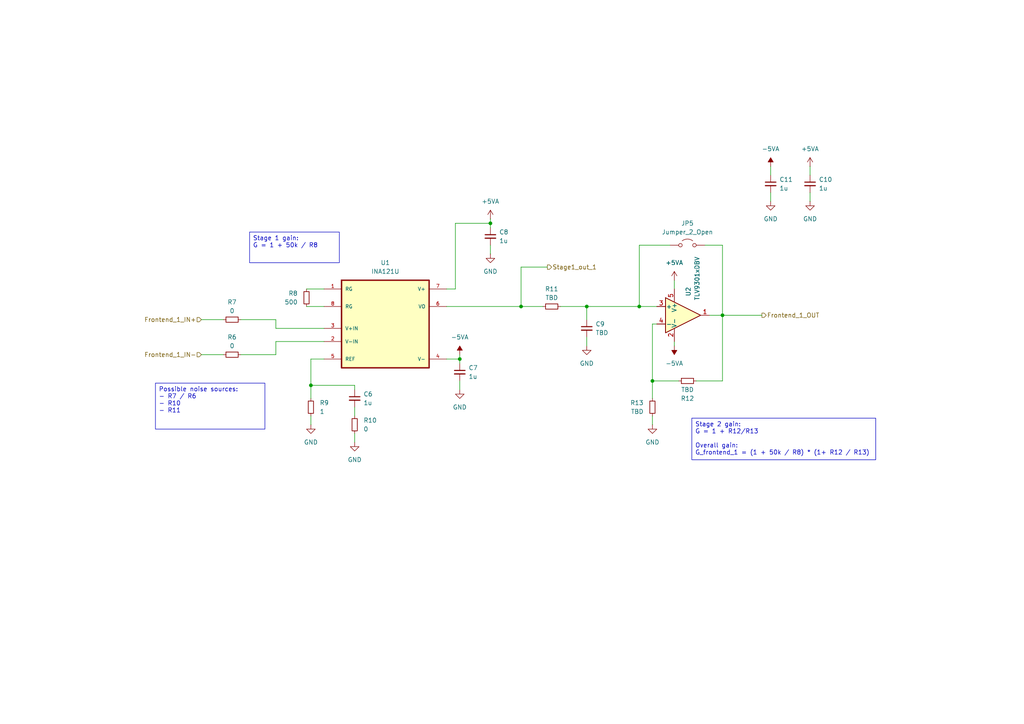
<source format=kicad_sch>
(kicad_sch (version 20250114) (generator "eeschema") (generator_version "9.0")
  (paper "A4")
  (lib_symbols
    (symbol "Amplifier_Operational:TLV9301xDBV" (pin_names (offset 0.127))
      (property "Reference" "U" (at -1.27 6.35 0))
      (property "Value" "TLV9301xDBV" (at -1.27 3.81 0))
      (symbol "TLV9301xDBV_0_1"
        (polyline (pts (xy -5.08 5.08) (xy 5.08 0) (xy -5.08 -5.08) (xy -5.08 5.08)) (stroke (width 0.254)) (fill (type background)))
        (pin power_in line (at -2.54 7.62 270) (length 3.81) (name "V+") (number "5"))
        (pin power_in line (at -2.54 -7.62 90) (length 3.81) (name "V-") (number "2"))
      )
      (symbol "TLV9301xDBV_1_1"
        (pin input line (at -7.62 2.54 0) (length 2.54) (name "+") (number "3"))
        (pin input line (at -7.62 -2.54 0) (length 2.54) (name "-") (number "4"))
        (pin output line (at 7.62 0 180) (length 2.54) (name "~") (number "1"))
      )
    )
    (symbol "Device:C_Small" (pin_numbers (hide yes)) (pin_names (offset 0.254) (hide yes))
      (property "Reference" "C" (at 0.254 1.778 0))
      (property "Value" "C_Small" (at 0.254 -2.032 0))
      (symbol "C_Small_0_1"
        (polyline (pts (xy -1.524 0.508) (xy 1.524 0.508)) (stroke (width 0.3048)))
        (polyline (pts (xy -1.524 -0.508) (xy 1.524 -0.508)) (stroke (width 0.3302)))
      )
      (symbol "C_Small_1_1"
        (pin passive line (at 0 2.54 270) (length 2.032) (name "~") (number "1"))
        (pin passive line (at 0 -2.54 90) (length 2.032) (name "~") (number "2"))
      )
    )
    (symbol "Device:R_Small" (pin_numbers (hide yes)) (pin_names (offset 0.254) (hide yes))
      (property "Reference" "R" (at 0.762 0.508 0))
      (property "Value" "R_Small" (at 0.762 -1.016 0))
      (symbol "R_Small_0_1"
        (rectangle (start -0.762 1.778) (end 0.762 -1.778) (stroke (width 0.2032)))
      )
      (symbol "R_Small_1_1"
        (pin passive line (at 0 2.54 270) (length 0.762) (name "~") (number "1"))
        (pin passive line (at 0 -2.54 90) (length 0.762) (name "~") (number "2"))
      )
    )
    (symbol "INA121U:INA121U" (pin_names (offset 1.016))
      (property "Reference" "U" (at -12.7 13.7 0))
      (property "Value" "INA121U" (at -12.7 -16.7 0))
      (symbol "INA121U_0_0"
        (rectangle (start -12.7 12.7) (end 12.7 -12.7) (stroke (width 0.41)) (fill (type background)))
        (pin input line (at -17.78 10.16 0) (length 5.08) (name "RG") (number "1"))
        (pin input line (at -17.78 5.08 0) (length 5.08) (name "RG") (number "8"))
        (pin input line (at -17.78 -1.27 0) (length 5.08) (name "V+IN") (number "3"))
        (pin input line (at -17.78 -5.08 0) (length 5.08) (name "V-IN") (number "2"))
        (pin input line (at -17.78 -10.16 0) (length 5.08) (name "REF") (number "5"))
        (pin power_in line (at 17.78 10.16 180) (length 5.08) (name "V+") (number "7"))
        (pin output line (at 17.78 5.08 180) (length 5.08) (name "VO") (number "6"))
        (pin power_in line (at 17.78 -10.16 180) (length 5.08) (name "V-") (number "4"))
      )
    )
    (symbol "Jumper:Jumper_2_Open" (pin_numbers (hide yes)) (pin_names (offset 0) (hide yes)) (exclude_from_sim yes)
      (property "Reference" "JP" (at 0 2.794 0))
      (property "Value" "Jumper_2_Open" (at 0 -2.286 0))
      (symbol "Jumper_2_Open_0_0"
        (circle (center -2.032 0) (radius 0.508))
        (circle (center 2.032 0) (radius 0.508))
      )
      (symbol "Jumper_2_Open_0_1"
        (arc (start -1.524 1.27) (mid 0 1.778) (end 1.524 1.27))
      )
      (symbol "Jumper_2_Open_1_1"
        (pin passive line (at -5.08 0 0) (length 2.54) (name "A") (number "1"))
        (pin passive line (at 5.08 0 180) (length 2.54) (name "B") (number "2"))
      )
    )
    (symbol "power:+5VA" (power) (pin_numbers (hide yes)) (pin_names (offset 0) (hide yes))
      (property "Value" "+5VA" (at 0 3.556 0))
      (symbol "+5VA_0_1"
        (polyline (pts (xy -0.762 1.27) (xy 0 2.54)))
        (polyline (pts (xy 0 2.54) (xy 0.762 1.27)))
        (polyline (pts (xy 0 0) (xy 0 2.54)))
      )
      (symbol "+5VA_1_1"
        (pin power_in line (at 0 0 90) (length 0) (name "~") (number "1"))
      )
    )
    (symbol "power:-5VA" (power) (pin_numbers (hide yes)) (pin_names (offset 0) (hide yes))
      (property "Value" "-5VA" (at 0 3.556 0))
      (symbol "-5VA_0_0"
        (pin power_in line (at 0 0 90) (length 0) (name "~") (number "1"))
      )
      (symbol "-5VA_0_1"
        (polyline (pts (xy 0 0) (xy 0 1.27) (xy 0.762 1.27) (xy 0 2.54) (xy -0.762 1.27) (xy 0 1.27)) (fill (type outline)))
      )
    )
    (symbol "power:GND" (power) (pin_numbers (hide yes)) (pin_names (offset 0) (hide yes))
      (property "Value" "GND" (at 0 -3.81 0))
      (symbol "GND_0_1"
        (polyline (pts (xy 0 0) (xy 0 -1.27) (xy 1.27 -1.27) (xy 0 -2.54) (xy -1.27 -1.27) (xy 0 -1.27)))
      )
      (symbol "GND_1_1"
        (pin power_in line (at 0 0 270) (length 0) (name "~") (number "1"))
      )
    )
  )
  (text_box "Stage 1 gain:\nG = 1 + 50k / R8" (at 72.39 67.31 0) (size 26.035 8.89) (margins 0.9525 0.9525 0.9525 0.9525) (effects (font (size 1.27 1.27)) (justify left top)))
  (text_box "Possible noise sources:\n- R7 / R6\n- R10\n- R11" (at 45.085 111.125 0) (size 31.75 13.335) (margins 0.9525 0.9525 0.9525 0.9525) (effects (font (size 1.27 1.27)) (justify left top)))
  (text_box "Stage 2 gain:\nG = 1 + R12/R13\n\nOverall gain:\nG_frontend_1 = (1 + 50k / R8) * (1+ R12 / R13)" (at 200.66 121.285 0) (size 53.34 12.065) (margins 0.9525 0.9525 0.9525 0.9525) (effects (font (size 1.27 1.27)) (justify left top)))
  (junction (at 170.18 88.9))
  (junction (at 142.24 64.77))
  (junction (at 189.23 110.49))
  (junction (at 151.13 88.9))
  (junction (at 185.42 88.9))
  (junction (at 133.35 104.14))
  (junction (at 209.55 91.44))
  (junction (at 90.17 111.76))
  (wire (pts (xy 80.01 95.25) (xy 80.01 92.71)))
  (wire (pts (xy 69.85 92.71) (xy 80.01 92.71)))
  (wire (pts (xy 189.23 120.65) (xy 189.23 123.19)))
  (wire (pts (xy 129.54 88.9) (xy 151.13 88.9)))
  (wire (pts (xy 133.35 110.49) (xy 133.35 113.03)))
  (wire (pts (xy 189.23 110.49) (xy 189.23 93.98)))
  (wire (pts (xy 209.55 91.44) (xy 220.98 91.44)))
  (wire (pts (xy 209.55 71.12) (xy 209.55 91.44)))
  (wire (pts (xy 80.01 102.87) (xy 69.85 102.87)))
  (wire (pts (xy 93.98 95.25) (xy 80.01 95.25)))
  (wire (pts (xy 170.18 97.79) (xy 170.18 100.33)))
  (wire (pts (xy 162.56 88.9) (xy 170.18 88.9)))
  (wire (pts (xy 151.13 77.47) (xy 151.13 88.9)))
  (wire (pts (xy 195.58 100.33) (xy 195.58 99.06)))
  (wire (pts (xy 102.87 125.73) (xy 102.87 128.27)))
  (wire (pts (xy 93.98 104.14) (xy 90.17 104.14)))
  (wire (pts (xy 90.17 104.14) (xy 90.17 111.76)))
  (wire (pts (xy 209.55 110.49) (xy 209.55 91.44)))
  (wire (pts (xy 234.95 48.26) (xy 234.95 50.8)))
  (wire (pts (xy 223.52 55.88) (xy 223.52 58.42)))
  (wire (pts (xy 90.17 111.76) (xy 102.87 111.76)))
  (wire (pts (xy 170.18 88.9) (xy 170.18 92.71)))
  (wire (pts (xy 133.35 102.87) (xy 133.35 104.14)))
  (wire (pts (xy 151.13 88.9) (xy 157.48 88.9)))
  (wire (pts (xy 142.24 64.77) (xy 132.08 64.77)))
  (wire (pts (xy 158.75 77.47) (xy 151.13 77.47)))
  (wire (pts (xy 234.95 55.88) (xy 234.95 58.42)))
  (wire (pts (xy 142.24 63.5) (xy 142.24 64.77)))
  (wire (pts (xy 189.23 110.49) (xy 196.85 110.49)))
  (wire (pts (xy 129.54 104.14) (xy 133.35 104.14)))
  (wire (pts (xy 90.17 120.65) (xy 90.17 123.19)))
  (wire (pts (xy 185.42 71.12) (xy 185.42 88.9)))
  (wire (pts (xy 88.9 83.82) (xy 93.98 83.82)))
  (wire (pts (xy 58.42 92.71) (xy 64.77 92.71)))
  (wire (pts (xy 142.24 71.12) (xy 142.24 73.66)))
  (wire (pts (xy 194.31 71.12) (xy 185.42 71.12)))
  (wire (pts (xy 80.01 99.06) (xy 80.01 102.87)))
  (wire (pts (xy 133.35 105.41) (xy 133.35 104.14)))
  (wire (pts (xy 132.08 83.82) (xy 129.54 83.82)))
  (wire (pts (xy 195.58 81.28) (xy 195.58 83.82)))
  (wire (pts (xy 142.24 64.77) (xy 142.24 66.04)))
  (wire (pts (xy 170.18 88.9) (xy 185.42 88.9)))
  (wire (pts (xy 189.23 115.57) (xy 189.23 110.49)))
  (wire (pts (xy 58.42 102.87) (xy 64.77 102.87)))
  (wire (pts (xy 201.93 110.49) (xy 209.55 110.49)))
  (wire (pts (xy 205.74 91.44) (xy 209.55 91.44)))
  (wire (pts (xy 185.42 88.9) (xy 190.5 88.9)))
  (wire (pts (xy 102.87 113.03) (xy 102.87 111.76)))
  (wire (pts (xy 132.08 64.77) (xy 132.08 83.82)))
  (wire (pts (xy 204.47 71.12) (xy 209.55 71.12)))
  (wire (pts (xy 88.9 88.9) (xy 93.98 88.9)))
  (wire (pts (xy 90.17 111.76) (xy 90.17 115.57)))
  (wire (pts (xy 102.87 118.11) (xy 102.87 120.65)))
  (wire (pts (xy 93.98 99.06) (xy 80.01 99.06)))
  (wire (pts (xy 223.52 48.26) (xy 223.52 50.8)))
  (wire (pts (xy 189.23 93.98) (xy 190.5 93.98)))
  (hierarchical_label "Frontend_1_IN+" (shape input) (at 58.42 92.71 180))
  (hierarchical_label "Frontend_1_IN-" (shape input) (at 58.42 102.87 180))
  (hierarchical_label "Frontend_1_OUT" (shape output) (at 220.98 91.44 0))
  (hierarchical_label "Stage1_out_1" (shape output) (at 158.75 77.47 0))
  (symbol (lib_id "Device:R_Small") (at 90.17 118.11 0) (unit 1)
    (property "Reference" "R9" (at 92.71 116.8399 0) (effects (justify left)))
    (property "Value" "1" (at 92.71 119.3799 0) (effects (justify left)))
    (property "Footprint" "Resistor_SMD:R_0805_2012Metric_Pad1.20x1.40mm_HandSolder" (effects (hide yes)))
    (property "Description" "Resistor, small symbol" (effects (hide yes)))
  )
  (symbol (lib_id "power:GND") (at 90.17 123.19 0) (unit 1)
    (property "Reference" "#PWR03" (effects (hide yes)))
    (property "Value" "GND" (at 90.17 128.27 0))
    (property "Description" "Power symbol creates a global label with name \"GND\" , ground" (effects (hide yes)))
  )
  (symbol (lib_id "power:+5VA") (at 195.58 81.28 0) (unit 1)
    (property "Reference" "#PWR011" (effects (hide yes)))
    (property "Value" "+5VA" (at 195.58 76.2 0))
    (property "Description" "Power symbol creates a global label with name \"+5VA\"" (effects (hide yes)))
  )
  (symbol (lib_id "power:-5VA") (at 223.52 48.26 0) (unit 1)
    (property "Reference" "#PWR014" (effects (hide yes)))
    (property "Value" "-5VA" (at 223.52 43.18 0))
    (property "Description" "Power symbol creates a global label with name \"-5VA\"" (effects (hide yes)))
  )
  (symbol (lib_id "Device:C_Small") (at 170.18 95.25 0) (unit 1)
    (property "Reference" "C9" (at 172.72 93.9862 0) (effects (justify left)))
    (property "Value" "TBD" (at 172.72 96.5262 0) (effects (justify left)))
    (property "Footprint" "Capacitor_SMD:C_0805_2012Metric_Pad1.18x1.45mm_HandSolder" (effects (hide yes)))
    (property "Description" "Unpolarized capacitor, small symbol" (effects (hide yes)))
  )
  (symbol (lib_id "Jumper:Jumper_2_Open") (at 199.39 71.12 0) (unit 1)
    (property "Reference" "JP5" (at 199.39 64.77 0))
    (property "Value" "Jumper_2_Open" (at 199.39 67.31 0))
    (property "Description" "Jumper, 2-pole, open" (effects (hide yes)))
  )
  (symbol (lib_id "power:GND") (at 234.95 58.42 0) (unit 1)
    (property "Reference" "#PWR013" (effects (hide yes)))
    (property "Value" "GND" (at 234.95 63.5 0))
    (property "Description" "Power symbol creates a global label with name \"GND\" , ground" (effects (hide yes)))
  )
  (symbol (lib_id "power:GND") (at 189.23 123.19 0) (unit 1)
    (property "Reference" "#PWR016" (effects (hide yes)))
    (property "Value" "GND" (at 189.23 128.27 0))
    (property "Description" "Power symbol creates a global label with name \"GND\" , ground" (effects (hide yes)))
  )
  (symbol (lib_id "Device:R_Small") (at 67.31 102.87 90) (unit 1)
    (property "Reference" "R6" (at 67.31 97.79 90))
    (property "Value" "0" (at 67.31 100.33 90))
    (property "Footprint" "Resistor_SMD:R_0805_2012Metric_Pad1.20x1.40mm_HandSolder" (effects (hide yes)))
    (property "Description" "Resistor, small symbol" (effects (hide yes)))
  )
  (symbol (lib_id "power:+5VA") (at 142.24 63.5 0) (unit 1)
    (property "Reference" "#PWR06" (effects (hide yes)))
    (property "Value" "+5VA" (at 142.24 58.42 0))
    (property "Description" "Power symbol creates a global label with name \"+5VA\"" (effects (hide yes)))
  )
  (symbol (lib_id "power:-5VA") (at 195.58 100.33 180) (unit 1)
    (property "Reference" "#PWR010" (effects (hide yes)))
    (property "Value" "-5VA" (at 195.58 105.41 0))
    (property "Description" "Power symbol creates a global label with name \"-5VA\"" (effects (hide yes)))
  )
  (symbol (lib_id "power:GND") (at 142.24 73.66 0) (unit 1)
    (property "Reference" "#PWR08" (effects (hide yes)))
    (property "Value" "GND" (at 142.24 78.74 0))
    (property "Description" "Power symbol creates a global label with name \"GND\" , ground" (effects (hide yes)))
  )
  (symbol (lib_id "power:-5VA") (at 133.35 102.87 0) (unit 1)
    (property "Reference" "#PWR05" (effects (hide yes)))
    (property "Value" "-5VA" (at 133.35 97.79 0))
    (property "Description" "Power symbol creates a global label with name \"-5VA\"" (effects (hide yes)))
  )
  (symbol (lib_id "INA121U:INA121U") (at 111.76 93.98 0) (unit 1)
    (property "Reference" "U1" (at 111.76 76.2 0))
    (property "Value" "INA121U" (at 111.76 78.74 0))
    (property "Footprint" "Package_DIP:DIP-8_W7.62mm_LongPads" (effects (hide yes)))
    (property "MF" "Texas Instruments" (effects (hide yes)))
    (property "Description_1" "FET-Input, Low Power Instrumentation Amplifier" (effects (hide yes)))
    (property "Package" "SOIC-8 Texas Instruments" (effects (hide yes)))
    (property "Price" "None" (effects (hide yes)))
    (property "SnapEDA_Link" "https://www.snapeda.com/parts/INA121U/Texas+Instruments/view-part/?ref=snap" (effects (hide yes)))
    (property "MP" "INA121U" (effects (hide yes)))
    (property "Availability" "In Stock" (effects (hide yes)))
    (property "Check_prices" "https://www.snapeda.com/parts/INA121U/Texas+Instruments/view-part/?ref=eda" (effects (hide yes)))
  )
  (symbol (lib_id "Device:C_Small") (at 142.24 68.58 0) (unit 1)
    (property "Reference" "C8" (at 144.78 67.3162 0) (effects (justify left)))
    (property "Value" "1u" (at 144.78 69.8562 0) (effects (justify left)))
    (property "Footprint" "Capacitor_SMD:C_0805_2012Metric_Pad1.18x1.45mm_HandSolder" (effects (hide yes)))
    (property "Description" "Unpolarized capacitor, small symbol" (effects (hide yes)))
  )
  (symbol (lib_id "Device:R_Small") (at 189.23 118.11 0) (mirror x) (unit 1)
    (property "Reference" "R13" (at 186.69 116.8399 0) (effects (justify right)))
    (property "Value" "TBD" (at 186.69 119.3799 0) (effects (justify right)))
    (property "Footprint" "Resistor_SMD:R_0805_2012Metric_Pad1.20x1.40mm_HandSolder" (effects (hide yes)))
    (property "Description" "Resistor, small symbol" (effects (hide yes)))
  )
  (symbol (lib_id "power:+5VA") (at 234.95 48.26 0) (unit 1)
    (property "Reference" "#PWR012" (effects (hide yes)))
    (property "Value" "+5VA" (at 234.95 43.18 0))
    (property "Description" "Power symbol creates a global label with name \"+5VA\"" (effects (hide yes)))
  )
  (symbol (lib_id "Device:C_Small") (at 133.35 107.95 0) (unit 1)
    (property "Reference" "C7" (at 135.89 106.6862 0) (effects (justify left)))
    (property "Value" "1u" (at 135.89 109.2262 0) (effects (justify left)))
    (property "Footprint" "Capacitor_SMD:C_0805_2012Metric_Pad1.18x1.45mm_HandSolder" (effects (hide yes)))
    (property "Description" "Unpolarized capacitor, small symbol" (effects (hide yes)))
  )
  (symbol (lib_id "Device:R_Small") (at 88.9 86.36 0) (mirror y) (unit 1)
    (property "Reference" "R8" (at 86.36 85.0899 0) (effects (justify left)))
    (property "Value" "500" (at 86.36 87.6299 0) (effects (justify left)))
    (property "Footprint" "Resistor_SMD:R_0805_2012Metric_Pad1.20x1.40mm_HandSolder" (effects (hide yes)))
    (property "Description" "Resistor, small symbol" (effects (hide yes)))
  )
  (symbol (lib_id "Device:C_Small") (at 223.52 53.34 0) (unit 1)
    (property "Reference" "C11" (at 226.06 52.0762 0) (effects (justify left)))
    (property "Value" "1u" (at 226.06 54.6162 0) (effects (justify left)))
    (property "Footprint" "Capacitor_SMD:C_0805_2012Metric_Pad1.18x1.45mm_HandSolder" (effects (hide yes)))
    (property "Description" "Unpolarized capacitor, small symbol" (effects (hide yes)))
  )
  (symbol (lib_id "Device:R_Small") (at 199.39 110.49 90) (mirror x) (unit 1)
    (property "Reference" "R12" (at 199.39 115.57 90))
    (property "Value" "TBD" (at 199.39 113.03 90))
    (property "Footprint" "Resistor_SMD:R_0805_2012Metric_Pad1.20x1.40mm_HandSolder" (effects (hide yes)))
    (property "Description" "Resistor, small symbol" (effects (hide yes)))
  )
  (symbol (lib_id "power:GND") (at 170.18 100.33 0) (unit 1)
    (property "Reference" "#PWR09" (effects (hide yes)))
    (property "Value" "GND" (at 170.18 105.41 0))
    (property "Description" "Power symbol creates a global label with name \"GND\" , ground" (effects (hide yes)))
  )
  (symbol (lib_id "Device:C_Small") (at 234.95 53.34 0) (unit 1)
    (property "Reference" "C10" (at 237.49 52.0762 0) (effects (justify left)))
    (property "Value" "1u" (at 237.49 54.6162 0) (effects (justify left)))
    (property "Footprint" "Capacitor_SMD:C_0805_2012Metric_Pad1.18x1.45mm_HandSolder" (effects (hide yes)))
    (property "Description" "Unpolarized capacitor, small symbol" (effects (hide yes)))
  )
  (symbol (lib_id "power:GND") (at 102.87 128.27 0) (unit 1)
    (property "Reference" "#PWR04" (effects (hide yes)))
    (property "Value" "GND" (at 102.87 133.35 0))
    (property "Description" "Power symbol creates a global label with name \"GND\" , ground" (effects (hide yes)))
  )
  (symbol (lib_id "Device:R_Small") (at 102.87 123.19 0) (unit 1)
    (property "Reference" "R10" (at 105.41 121.9199 0) (effects (justify left)))
    (property "Value" "0" (at 105.41 124.4599 0) (effects (justify left)))
    (property "Footprint" "Resistor_SMD:R_0805_2012Metric_Pad1.20x1.40mm_HandSolder" (effects (hide yes)))
    (property "Description" "Resistor, small symbol" (effects (hide yes)))
  )
  (symbol (lib_id "Device:C_Small") (at 102.87 115.57 0) (unit 1)
    (property "Reference" "C6" (at 105.41 114.3062 0) (effects (justify left)))
    (property "Value" "1u" (at 105.41 116.8462 0) (effects (justify left)))
    (property "Footprint" "Capacitor_SMD:C_0805_2012Metric_Pad1.18x1.45mm_HandSolder" (effects (hide yes)))
    (property "Description" "Unpolarized capacitor, small symbol" (effects (hide yes)))
  )
  (symbol (lib_id "Device:R_Small") (at 160.02 88.9 90) (unit 1)
    (property "Reference" "R11" (at 160.02 83.82 90))
    (property "Value" "TBD" (at 160.02 86.36 90))
    (property "Footprint" "Resistor_SMD:R_0805_2012Metric_Pad1.20x1.40mm_HandSolder" (effects (hide yes)))
    (property "Description" "Resistor, small symbol" (effects (hide yes)))
  )
  (symbol (lib_id "power:GND") (at 133.35 113.03 0) (unit 1)
    (property "Reference" "#PWR07" (effects (hide yes)))
    (property "Value" "GND" (at 133.35 118.11 0))
    (property "Description" "Power symbol creates a global label with name \"GND\" , ground" (effects (hide yes)))
  )
  (symbol (lib_id "Device:R_Small") (at 67.31 92.71 90) (unit 1)
    (property "Reference" "R7" (at 67.31 87.63 90))
    (property "Value" "0" (at 67.31 90.17 90))
    (property "Footprint" "Resistor_SMD:R_0805_2012Metric_Pad1.20x1.40mm_HandSolder" (effects (hide yes)))
    (property "Description" "Resistor, small symbol" (effects (hide yes)))
  )
  (symbol (lib_id "power:GND") (at 223.52 58.42 0) (unit 1)
    (property "Reference" "#PWR015" (effects (hide yes)))
    (property "Value" "GND" (at 223.52 63.5 0))
    (property "Description" "Power symbol creates a global label with name \"GND\" , ground" (effects (hide yes)))
  )
  (symbol (lib_id "Amplifier_Operational:TLV9301xDBV") (at 198.12 91.44 0) (unit 1)
    (property "Reference" "U2" (at 199.644 84.582 90))
    (property "Value" "TLV9301xDBV" (at 202.184 80.772 90))
    (property "Footprint" "Package_TO_SOT_SMD:SOT-23-5" (effects (hide yes)))
    (property "Datasheet" "https://www.ti.com/lit/ds/symlink/tlv9301.pdf" (effects (hide yes)))
    (property "Description" "40-V, 1-MHz, RRO Operational Amplifiers for Cost-Sensitive Systems, SOT-23-5" (effects (hide yes)))
  )
)
</source>
